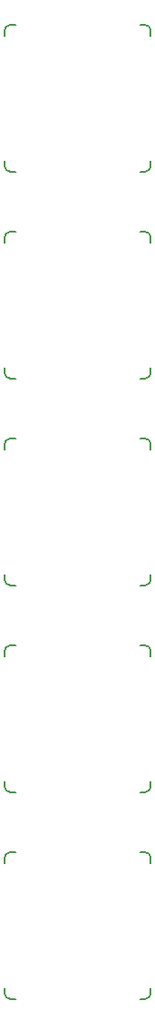
<source format=gbo>
%TF.GenerationSoftware,KiCad,Pcbnew,5.0.0+dfsg1-2*%
%TF.CreationDate,2019-02-10T19:22:37+01:00*%
%TF.ProjectId,yatara-puno-mx-5,7961746172612D70756E6F2D6D782D35,0.2*%
%TF.SameCoordinates,Original*%
%TF.FileFunction,Legend,Bot*%
%TF.FilePolarity,Positive*%
%FSLAX46Y46*%
G04 Gerber Fmt 4.6, Leading zero omitted, Abs format (unit mm)*
G04 Created by KiCad (PCBNEW 5.0.0+dfsg1-2) date Sun Feb 10 19:22:37 2019*
%MOMM*%
%LPD*%
G01*
G04 APERTURE LIST*
%ADD10C,0.150000*%
G04 APERTURE END LIST*
D10*
X80250000Y-112500000D02*
G75*
G02X80750000Y-113000000I0J-500000D01*
G01*
X80750000Y-125500000D02*
G75*
G02X80250000Y-126000000I-500000J0D01*
G01*
X67750000Y-126000000D02*
G75*
G02X67250000Y-125500000I0J500000D01*
G01*
X67250000Y-113000000D02*
G75*
G02X67750000Y-112500000I500000J0D01*
G01*
X80250000Y-112500000D02*
X79750000Y-112500000D01*
X80750000Y-113000000D02*
X80750000Y-113500000D01*
X80750000Y-125500000D02*
X80750000Y-125000000D01*
X80250000Y-126000000D02*
X79750000Y-126000000D01*
X67750000Y-126000000D02*
X68250000Y-126000000D01*
X67250000Y-125500000D02*
X67250000Y-125000000D01*
X67250000Y-113000000D02*
X67250000Y-113500000D01*
X67750000Y-112500000D02*
X68250000Y-112500000D01*
X67750000Y-36300000D02*
X68250000Y-36300000D01*
X67250000Y-36800000D02*
X67250000Y-37300000D01*
X67250000Y-49300000D02*
X67250000Y-48800000D01*
X67750000Y-49800000D02*
X68250000Y-49800000D01*
X80250000Y-49800000D02*
X79750000Y-49800000D01*
X80750000Y-49300000D02*
X80750000Y-48800000D01*
X80750000Y-36800000D02*
X80750000Y-37300000D01*
X80250000Y-36300000D02*
X79750000Y-36300000D01*
X67250000Y-36800000D02*
G75*
G02X67750000Y-36300000I500000J0D01*
G01*
X67750000Y-49800000D02*
G75*
G02X67250000Y-49300000I0J500000D01*
G01*
X80750000Y-49300000D02*
G75*
G02X80250000Y-49800000I-500000J0D01*
G01*
X80250000Y-36300000D02*
G75*
G02X80750000Y-36800000I0J-500000D01*
G01*
X80250000Y-93450000D02*
G75*
G02X80750000Y-93950000I0J-500000D01*
G01*
X80750000Y-106450000D02*
G75*
G02X80250000Y-106950000I-500000J0D01*
G01*
X67750000Y-106950000D02*
G75*
G02X67250000Y-106450000I0J500000D01*
G01*
X67250000Y-93950000D02*
G75*
G02X67750000Y-93450000I500000J0D01*
G01*
X80250000Y-93450000D02*
X79750000Y-93450000D01*
X80750000Y-93950000D02*
X80750000Y-94450000D01*
X80750000Y-106450000D02*
X80750000Y-105950000D01*
X80250000Y-106950000D02*
X79750000Y-106950000D01*
X67750000Y-106950000D02*
X68250000Y-106950000D01*
X67250000Y-106450000D02*
X67250000Y-105950000D01*
X67250000Y-93950000D02*
X67250000Y-94450000D01*
X67750000Y-93450000D02*
X68250000Y-93450000D01*
X67750000Y-74400000D02*
X68250000Y-74400000D01*
X67250000Y-74900000D02*
X67250000Y-75400000D01*
X67250000Y-87400000D02*
X67250000Y-86900000D01*
X67750000Y-87900000D02*
X68250000Y-87900000D01*
X80250000Y-87900000D02*
X79750000Y-87900000D01*
X80750000Y-87400000D02*
X80750000Y-86900000D01*
X80750000Y-74900000D02*
X80750000Y-75400000D01*
X80250000Y-74400000D02*
X79750000Y-74400000D01*
X67250000Y-74900000D02*
G75*
G02X67750000Y-74400000I500000J0D01*
G01*
X67750000Y-87900000D02*
G75*
G02X67250000Y-87400000I0J500000D01*
G01*
X80750000Y-87400000D02*
G75*
G02X80250000Y-87900000I-500000J0D01*
G01*
X80250000Y-74400000D02*
G75*
G02X80750000Y-74900000I0J-500000D01*
G01*
X80250000Y-55350000D02*
G75*
G02X80750000Y-55850000I0J-500000D01*
G01*
X80750000Y-68350000D02*
G75*
G02X80250000Y-68850000I-500000J0D01*
G01*
X67750000Y-68850000D02*
G75*
G02X67250000Y-68350000I0J500000D01*
G01*
X67250000Y-55850000D02*
G75*
G02X67750000Y-55350000I500000J0D01*
G01*
X80250000Y-55350000D02*
X79750000Y-55350000D01*
X80750000Y-55850000D02*
X80750000Y-56350000D01*
X80750000Y-68350000D02*
X80750000Y-67850000D01*
X80250000Y-68850000D02*
X79750000Y-68850000D01*
X67750000Y-68850000D02*
X68250000Y-68850000D01*
X67250000Y-68350000D02*
X67250000Y-67850000D01*
X67250000Y-55850000D02*
X67250000Y-56350000D01*
X67750000Y-55350000D02*
X68250000Y-55350000D01*
M02*

</source>
